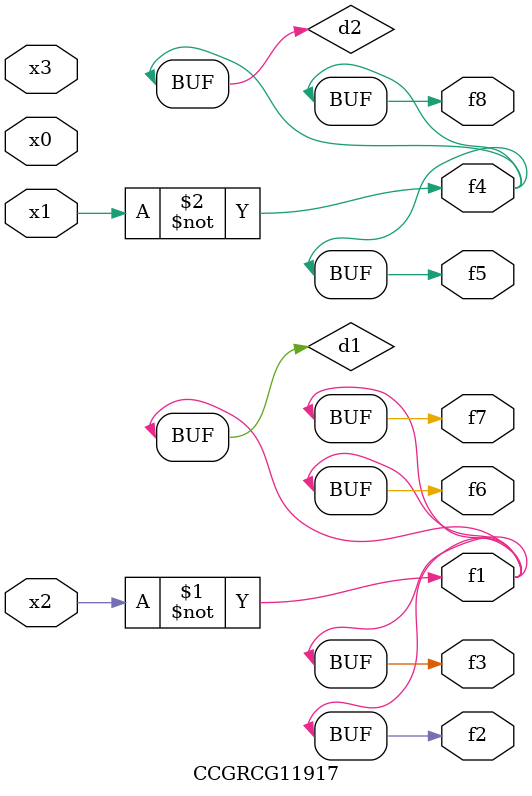
<source format=v>
module CCGRCG11917(
	input x0, x1, x2, x3,
	output f1, f2, f3, f4, f5, f6, f7, f8
);

	wire d1, d2;

	xnor (d1, x2);
	not (d2, x1);
	assign f1 = d1;
	assign f2 = d1;
	assign f3 = d1;
	assign f4 = d2;
	assign f5 = d2;
	assign f6 = d1;
	assign f7 = d1;
	assign f8 = d2;
endmodule

</source>
